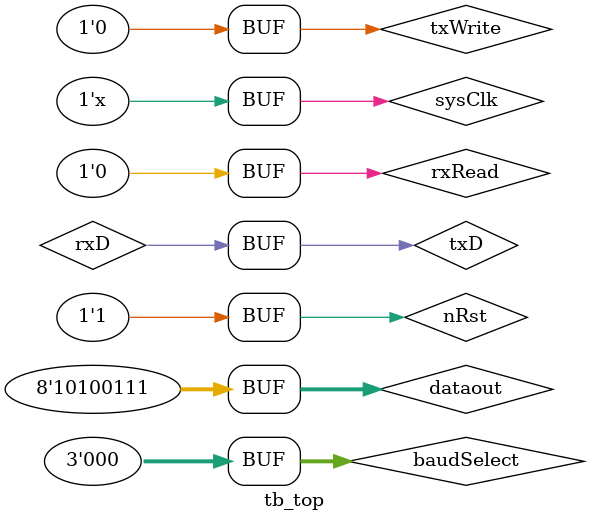
<source format=v>
`timescale 1ns / 1ps
module tb_top( );

parameter BAUDns=104*1000;

reg sysClk=0;
reg nRst=0, txWrite=0, rxRead=0;
reg [7:0] dataout;
reg rxD;
reg [2:0] baudSelect=3'd0;

wire baudClk, txEmpty, txUnderrun, txD, rxEmpty, rxOverrun, rxFramingError, rxBreakDetect;
wire [7:0] datain;

UartBaudGen baudGen (.sysClk(sysClk),.nRst(nRst),.baudSelect(baudSelect),.baudClk(baudClk));
UartTx tx (.sysClk(sysClk),.nRst(nRst),.baudClk(baudClk),.dataout(dataout),.txWrite(txWrite),.txEmpty(txEmpty),.txUnderrun(txUnderrun),.txD(txD));
UartRx rx (.sysClk(sysClk),.nRst(nRst),.baudClk(baudClk),.datain(datain),.rxRead(rxRead),.rxEmpty(rxEmpty),.rxOverrun(rxOverrun),.rxFramingError(rxFramingError),.rxBreakDetect(rxBreakDetect),.rxD(rxD));

always #5 sysClk=!sysClk;
always @(sysClk) rxD=txD;

initial begin
    dataout=9'b110100111;
    #BAUDns nRst=1;
    #BAUDns rxRead=1;
    #BAUDns rxRead=0; txWrite=1;
    #BAUDns txWrite=0; 
    
end

endmodule

</source>
